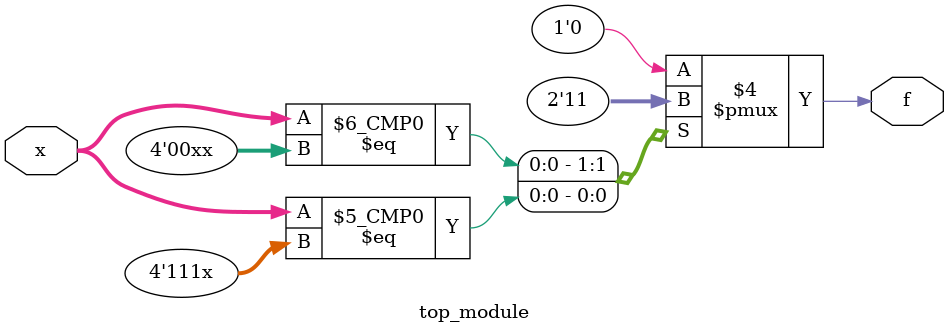
<source format=sv>
module top_module (
   input [4:1] x,
   output logic f
);

always_comb begin
   case (x)
      4'b00xx: f = 1; // Choose to output 1 for convenience
      4'b01x1: f = 0;
      4'b111x: f = 1; // Choose to output 1 for convenience
      4'b101x: f = 0;
      default:  f = 0;
   endcase
end

endmodule

</source>
